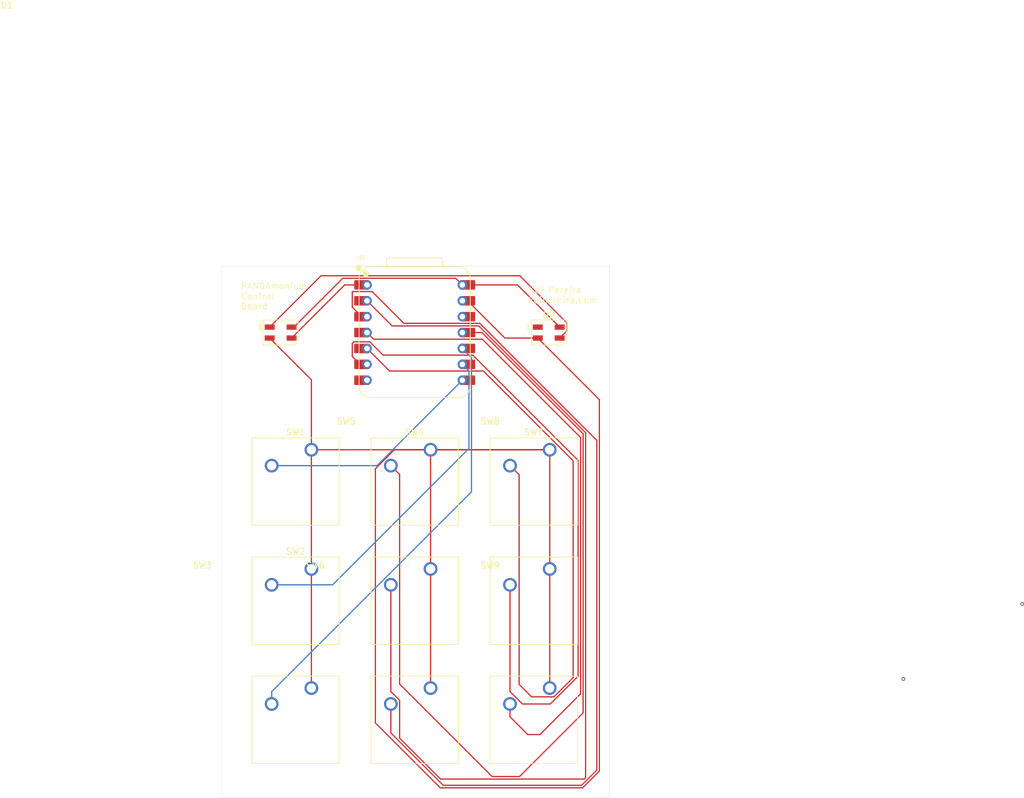
<source format=kicad_pcb>
(kicad_pcb (version 20240108) (generator "pcbnew") (generator_version "8.0")
  (layers (0 "F.Cu" signal) (31 "B.Cu" signal) (34 "B.Paste" user) (35 "F.Paste" user) (36 "B.SilkS" user "B.Silkscreen") (37 "F.SilkS" user "F.Silkscreen") (38 "B.Mask" user) (39 "F.Mask" user) (44 "Edge.Cuts" user))
  (net 0 "")
  (net 1 "GND")
  (net 2 "Net-(D1-DOUT)")
  (net 3 "Net-(D1-DIN)")
  (net 4 "+5V")
  (net 6 "Net-(U1-GPIO1{slash}RX)")
  (net 7 "Net-(U1-GPIO2{slash}SCK)")
  (net 8 "Net-(U1-GPIO4{slash}MISO)")
  (net 9 "Net-(U1-GPIO3{slash}MOSI)")
  (net 10 "Net-(U1-GPIO27{slash}ADC1{slash}A1)")
  (net 11 "Net-(U1-GPIO28{slash}ADC2{slash}A2)")
  (net 12 "Net-(U1-GPIO6{slash}SDA)")
  (net 13 "Net-(U1-GPIO7{slash}SCL)")
  (net 14 "Net-(U1-GPIO29{slash}ADC3{slash}A3)")
  (footprint "Button_Switch_Keyboard:SW_Cherry_MX_1.00u_PCB" (layer "F.Cu") (at 145.415 104.4575)
    (property "Reference" "SW6" (at -18.40625 -19.6215 0) (layer "F.SilkS"))
    (property "Value" "SW_Push")
    (fp_line (start -9.525 -1.905) (end 4.445 -1.905) (stroke (width 0.12)) (layer "F.SilkS"))
    (fp_line (start -9.525 12.065) (end -9.525 -1.905) (stroke (width 0.12)) (layer "F.SilkS"))
    (fp_line (start 4.445 -1.905) (end 4.445 12.065) (stroke (width 0.12)) (layer "F.SilkS"))
    (fp_line (start 4.445 12.065) (end -9.525 12.065) (stroke (width 0.12)) (layer "F.SilkS"))
    (pad "" np_thru_hole circle (at -7.62 5.08) (size 1.7 1.7) (drill 1.7) (layers "*.Cu" "*.Mask"))
    (pad "" np_thru_hole circle (at -2.54 5.08) (size 4 4) (drill 4) (layers "*.Cu" "*.Mask"))
    (pad "" np_thru_hole circle (at 2.54 5.08) (size 1.7 1.7) (drill 1.7) (layers "*.Cu" "*.Mask"))
    (pad "1" thru_hole circle (at 0 0) (size 2.2 2.2) (drill 1.5) (layers "*.Cu" "*.Mask") (net 1 "GND"))
    (pad "2" thru_hole circle (at -6.35 2.54) (size 2.2 2.2) (drill 1.5) (layers "*.Cu" "*.Mask") (net 11 "Net-(U1-GPIO28{slash}ADC2{slash}A2)"))
  )
  (footprint "Button_Switch_Keyboard:SW_Cherry_MX_1.00u_PCB" (layer "F.Cu") (at 164.465 104.4575)
    (property "Reference" "SW9" (at -9.53375 -19.6215 0) (layer "F.SilkS"))
    (property "Value" "SW_Push")
    (fp_line (start -9.525 -1.905) (end 4.445 -1.905) (stroke (width 0.12)) (layer "F.SilkS"))
    (fp_line (start -9.525 12.065) (end -9.525 -1.905) (stroke (width 0.12)) (layer "F.SilkS"))
    (fp_line (start 4.445 -1.905) (end 4.445 12.065) (stroke (width 0.12)) (layer "F.SilkS"))
    (fp_line (start 4.445 12.065) (end -9.525 12.065) (stroke (width 0.12)) (layer "F.SilkS"))
    (pad "" np_thru_hole circle (at -7.62 5.08) (size 1.7 1.7) (drill 1.7) (layers "*.Cu" "*.Mask"))
    (pad "" np_thru_hole circle (at -2.54 5.08) (size 4 4) (drill 4) (layers "*.Cu" "*.Mask"))
    (pad "" np_thru_hole circle (at 2.54 5.08) (size 1.7 1.7) (drill 1.7) (layers "*.Cu" "*.Mask"))
    (pad "1" thru_hole circle (at 0 0) (size 2.2 2.2) (drill 1.5) (layers "*.Cu" "*.Mask") (net 1 "GND"))
    (pad "2" thru_hole circle (at -6.35 2.54) (size 2.2 2.2) (drill 1.5) (layers "*.Cu" "*.Mask") (net 14 "Net-(U1-GPIO29{slash}ADC3{slash}A3)"))
  )
  (footprint "Button_Switch_Keyboard:SW_Cherry_MX_1.00u_PCB" (layer "F.Cu") (at 126.365 66.3575)
    (property "Reference" "SW1" (at -2.54 -2.794 0) (layer "F.SilkS"))
    (property "Value" "SW_Push")
    (fp_line (start -9.525 -1.905) (end 4.445 -1.905) (stroke (width 0.12)) (layer "F.SilkS"))
    (fp_line (start -9.525 12.065) (end -9.525 -1.905) (stroke (width 0.12)) (layer "F.SilkS"))
    (fp_line (start 4.445 -1.905) (end 4.445 12.065) (stroke (width 0.12)) (layer "F.SilkS"))
    (fp_line (start 4.445 12.065) (end -9.525 12.065) (stroke (width 0.12)) (layer "F.SilkS"))
    (pad "" np_thru_hole circle (at -7.62 5.08) (size 1.7 1.7) (drill 1.7) (layers "*.Cu" "*.Mask"))
    (pad "" np_thru_hole circle (at -2.54 5.08) (size 4 4) (drill 4) (layers "*.Cu" "*.Mask"))
    (pad "" np_thru_hole circle (at 2.54 5.08) (size 1.7 1.7) (drill 1.7) (layers "*.Cu" "*.Mask"))
    (pad "1" thru_hole circle (at 0 0) (size 2.2 2.2) (drill 1.5) (layers "*.Cu" "*.Mask") (net 1 "GND"))
    (pad "2" thru_hole circle (at -6.35 2.54) (size 2.2 2.2) (drill 1.5) (layers "*.Cu" "*.Mask") (net 6 "Net-(U1-GPIO1{slash}RX)"))
  )
  (footprint "LED_SMD:LED_SK6812MINI_PLCC4_3.5x3.5mm_P1.75mm" (layer "F.Cu") (at 121.44375 47.625)
    (property "Reference" "D1" (at -43.75975 -52.3195 0) (layer "F.SilkS"))
    (property "Value" "SK6812MINI")
    (fp_line (start -2.8 -2) (end -2.8 2) (stroke (width 0.12)) (layer "F.SilkS"))
    (fp_line (start -2.8 -2) (end 2.8 -2) (stroke (width 0.12)) (layer "F.SilkS"))
    (fp_line (start -2.8 2) (end 2.2 2) (stroke (width 0.12)) (layer "F.SilkS"))
    (fp_line (start 2.8 1.4) (end 2.2 2) (stroke (width 0.12)) (layer "F.SilkS"))
    (fp_line (start 2.8 1.4) (end 2.8 -2) (stroke (width 0.12)) (layer "F.SilkS"))
    (fp_text user "1" (at -3.2 -0.875 0) (layer "F.SilkS") (effects (font (size 0.8 0.8))))
    (pad "1" smd rect (at -1.75 -0.875) (size 1.6 0.85) (layers "F.Cu" "F.Paste" "F.Mask") (net 2 "Net-(D1-DOUT)"))
    (pad "2" smd rect (at -1.75 0.875) (size 1.6 0.85) (layers "F.Cu" "F.Paste" "F.Mask") (net 1 "GND"))
    (pad "3" smd rect (at 1.75 0.875) (size 1.6 0.85) (layers "F.Cu" "F.Paste" "F.Mask") (net 3 "Net-(D1-DIN)"))
    (pad "4" smd rect (at 1.75 -0.875) (size 1.6 0.85) (layers "F.Cu" "F.Paste" "F.Mask") (net 4 "+5V"))
  )
  (footprint "Seeed Studio XIAO Series Library:XIAO-RP2040-DIP" (layer "F.Cu") (at 142.875 47.625)
    (property "Reference" "U1" (at -8.5 -12 0) (layer "F.SilkS") (effects (font (size 0.635 0.635) (thickness 0.1016))))
    (property "Value" "XIAO-RP2040-DIP")
    (fp_line (start -8.89 8.509) (end -8.89 -8.636) (stroke (width 0.127)) (layer "F.SilkS"))
    (fp_line (start -6.985 10.414) (end 6.985 10.414) (stroke (width 0.127)) (layer "F.SilkS"))
    (fp_line (start -4.495 -10.541) (end -4.491272 -11.451272) (stroke (width 0.127)) (layer "F.SilkS"))
    (fp_line (start -3.991272 -11.951) (end 4.004 -11.951) (stroke (width 0.127)) (layer "F.SilkS"))
    (fp_line (start 4.504 -11.451) (end 4.504 -10.541) (stroke (width 0.127)) (layer "F.SilkS"))
    (fp_line (start 6.985 -10.541) (end -6.985 -10.541) (stroke (width 0.1)) (layer "F.SilkS"))
    (fp_line (start 6.985 -10.541) (end -6.985 -10.541) (stroke (width 0.127)) (layer "F.SilkS"))
    (fp_line (start 8.89 8.509) (end 8.89 -8.636) (stroke (width 0.127)) (layer "F.SilkS"))
    (fp_arc (start -8.89 -8.636) (mid -8.332038 -9.983038) (end -6.985 -10.541) (stroke (width 0.127)) (layer "F.SilkS"))
    (fp_arc (start -6.985 10.414) (mid -8.332038 9.856038) (end -8.89 8.509) (stroke (width 0.127)) (layer "F.SilkS"))
    (fp_arc (start -4.491272 -11.451272) (mid -4.344724 -11.804644) (end -3.991272 -11.951) (stroke (width 0.127)) (layer "F.SilkS"))
    (fp_arc (start 4.004 -11.951) (mid 4.357553 -11.804553) (end 4.504 -11.451) (stroke (width 0.127)) (layer "F.SilkS"))
    (fp_arc (start 6.985 -10.541) (mid 8.332038 -9.983038) (end 8.89 -8.636) (stroke (width 0.127)) (layer "F.SilkS"))
    (fp_arc (start 8.89 8.509) (mid 8.332038 9.856038) (end 6.985 10.414) (stroke (width 0.127)) (layer "F.SilkS"))
    (fp_circle (center -8.95 -10.3) (end -8.95 -10.554) (stroke (width 0.5)) (fill solid) (layer "F.SilkS"))
    (fp_circle (center -7.807 -9.42) (end -7.807 -9.674) (stroke (width 0.5)) (fill solid) (layer "F.SilkS"))
    (pad "1" smd roundrect (at -8.455 -7.62 180) (size 2.432 1.524) (layers "F.Cu" "F.Mask") (roundrect_rratio 0.1) (net 3 "Net-(D1-DIN)"))
    (pad "1" thru_hole circle (at -7.62 -7.62 180) (size 1.524 1.524) (drill 0.889) (layers "*.Cu" "*.Mask") (net 3 "Net-(D1-DIN)"))
    (pad "2" smd roundrect (at -8.455 -5.08 180) (size 2.432 1.524) (layers "F.Cu" "F.Mask") (roundrect_rratio 0.1) (net 10 "Net-(U1-GPIO27{slash}ADC1{slash}A1)"))
    (pad "2" thru_hole circle (at -7.62 -5.08 180) (size 1.524 1.524) (drill 0.889) (layers "*.Cu" "*.Mask") (net 10 "Net-(U1-GPIO27{slash}ADC1{slash}A1)"))
    (pad "3" smd roundrect (at -8.455 -2.54 180) (size 2.432 1.524) (layers "F.Cu" "F.Mask") (roundrect_rratio 0.1) (net 11 "Net-(U1-GPIO28{slash}ADC2{slash}A2)"))
    (pad "3" thru_hole circle (at -7.62 -2.54 180) (size 1.524 1.524) (drill 0.889) (layers "*.Cu" "*.Mask") (net 11 "Net-(U1-GPIO28{slash}ADC2{slash}A2)"))
    (pad "4" smd roundrect (at -8.455 0 180) (size 2.432 1.524) (layers "F.Cu" "F.Mask") (roundrect_rratio 0.1) (net 14 "Net-(U1-GPIO29{slash}ADC3{slash}A3)"))
    (pad "4" thru_hole circle (at -7.62 0 180) (size 1.524 1.524) (drill 0.889) (layers "*.Cu" "*.Mask") (net 14 "Net-(U1-GPIO29{slash}ADC3{slash}A3)"))
    (pad "5" smd roundrect (at -8.455 2.54 180) (size 2.432 1.524) (layers "F.Cu" "F.Mask") (roundrect_rratio 0.1) (net 12 "Net-(U1-GPIO6{slash}SDA)"))
    (pad "5" thru_hole circle (at -7.62 2.54 180) (size 1.524 1.524) (drill 0.889) (layers "*.Cu" "*.Mask") (net 12 "Net-(U1-GPIO6{slash}SDA)"))
    (pad "6" smd roundrect (at -8.455 5.08 180) (size 2.432 1.524) (layers "F.Cu" "F.Mask") (roundrect_rratio 0.1) (net 13 "Net-(U1-GPIO7{slash}SCL)"))
    (pad "6" thru_hole circle (at -7.62 5.08 180) (size 1.524 1.524) (drill 0.889) (layers "*.Cu" "*.Mask") (net 13 "Net-(U1-GPIO7{slash}SCL)"))
    (pad "7" smd roundrect (at -8.455 7.62 180) (size 2.432 1.524) (layers "F.Cu" "F.Mask") (roundrect_rratio 0.1))
    (pad "7" thru_hole circle (at -7.62 7.62 180) (size 1.524 1.524) (drill 0.889) (layers "*.Cu" "*.Mask"))
    (pad "8" thru_hole circle (at 7.62 7.62) (size 1.524 1.524) (drill 0.889) (layers "*.Cu" "*.Mask") (net 6 "Net-(U1-GPIO1{slash}RX)"))
    (pad "8" smd roundrect (at 8.455 7.62) (size 2.432 1.524) (layers "F.Cu" "F.Mask") (roundrect_rratio 0.1) (net 6 "Net-(U1-GPIO1{slash}RX)"))
    (pad "9" thru_hole circle (at 7.62 5.08) (size 1.524 1.524) (drill 0.889) (layers "*.Cu" "*.Mask") (net 7 "Net-(U1-GPIO2{slash}SCK)"))
    (pad "9" smd roundrect (at 8.455 5.08) (size 2.432 1.524) (layers "F.Cu" "F.Mask") (roundrect_rratio 0.1) (net 7 "Net-(U1-GPIO2{slash}SCK)"))
    (pad "10" thru_hole circle (at 7.62 2.54) (size 1.524 1.524) (drill 0.889) (layers "*.Cu" "*.Mask") (net 8 "Net-(U1-GPIO4{slash}MISO)"))
    (pad "10" smd roundrect (at 8.455 2.54) (size 2.432 1.524) (layers "F.Cu" "F.Mask") (roundrect_rratio 0.1) (net 8 "Net-(U1-GPIO4{slash}MISO)"))
    (pad "11" thru_hole circle (at 7.62 0) (size 1.524 1.524) (drill 0.889) (layers "*.Cu" "*.Mask") (net 9 "Net-(U1-GPIO3{slash}MOSI)"))
    (pad "11" smd roundrect (at 8.455 0) (size 2.432 1.524) (layers "F.Cu" "F.Mask") (roundrect_rratio 0.1) (net 9 "Net-(U1-GPIO3{slash}MOSI)"))
    (pad "12" thru_hole circle (at 7.62 -2.54) (size 1.524 1.524) (drill 0.889) (layers "*.Cu" "*.Mask"))
    (pad "12" smd roundrect (at 8.455 -2.54) (size 2.432 1.524) (layers "F.Cu" "F.Mask") (roundrect_rratio 0.1))
    (pad "13" thru_hole circle (at 7.62 -5.08) (size 1.524 1.524) (drill 0.889) (layers "*.Cu" "*.Mask") (net 1 "GND"))
    (pad "13" smd roundrect (at 8.455 -5.08) (size 2.432 1.524) (layers "F.Cu" "F.Mask") (roundrect_rratio 0.1) (net 1 "GND"))
    (pad "14" thru_hole circle (at 7.62 -7.62) (size 1.524 1.524) (drill 0.889) (layers "*.Cu" "*.Mask") (net 4 "+5V"))
    (pad "14" smd roundrect (at 8.455 -7.62) (size 2.432 1.524) (layers "F.Cu" "F.Mask") (roundrect_rratio 0.1) (net 4 "+5V"))
  )
  (footprint "Button_Switch_Keyboard:SW_Cherry_MX_1.00u_PCB" (layer "F.Cu") (at 145.415 66.3575)
    (property "Reference" "SW4" (at -2.54 -2.794 0) (layer "F.SilkS"))
    (property "Value" "SW_Push")
    (fp_line (start -9.525 -1.905) (end 4.445 -1.905) (stroke (width 0.12)) (layer "F.SilkS"))
    (fp_line (start -9.525 12.065) (end -9.525 -1.905) (stroke (width 0.12)) (layer "F.SilkS"))
    (fp_line (start 4.445 -1.905) (end 4.445 12.065) (stroke (width 0.12)) (layer "F.SilkS"))
    (fp_line (start 4.445 12.065) (end -9.525 12.065) (stroke (width 0.12)) (layer "F.SilkS"))
    (pad "" np_thru_hole circle (at -7.62 5.08) (size 1.7 1.7) (drill 1.7) (layers "*.Cu" "*.Mask"))
    (pad "" np_thru_hole circle (at -2.54 5.08) (size 4 4) (drill 4) (layers "*.Cu" "*.Mask"))
    (pad "" np_thru_hole circle (at 2.54 5.08) (size 1.7 1.7) (drill 1.7) (layers "*.Cu" "*.Mask"))
    (pad "1" thru_hole circle (at 0 0) (size 2.2 2.2) (drill 1.5) (layers "*.Cu" "*.Mask") (net 1 "GND"))
    (pad "2" thru_hole circle (at -6.35 2.54) (size 2.2 2.2) (drill 1.5) (layers "*.Cu" "*.Mask") (net 9 "Net-(U1-GPIO3{slash}MOSI)"))
  )
  (footprint "LED_SMD:LED_SK6812MINI_PLCC4_3.5x3.5mm_P1.75mm" (layer "F.Cu") (at 164.30625 47.625)
    (property "Reference" "D2" (at 0 -2.75 0) (layer "F.SilkS"))
    (property "Value" "SK6812MINI")
    (fp_line (start -2.8 -2) (end -2.8 2) (stroke (width 0.12)) (layer "F.SilkS"))
    (fp_line (start -2.8 -2) (end 2.8 -2) (stroke (width 0.12)) (layer "F.SilkS"))
    (fp_line (start -2.8 2) (end 2.2 2) (stroke (width 0.12)) (layer "F.SilkS"))
    (fp_line (start 2.8 1.4) (end 2.2 2) (stroke (width 0.12)) (layer "F.SilkS"))
    (fp_line (start 2.8 1.4) (end 2.8 -2) (stroke (width 0.12)) (layer "F.SilkS"))
    (fp_text user "1" (at -3.2 -0.875 0) (layer "F.SilkS") (effects (font (size 0.8 0.8))))
    (pad "1" smd rect (at -1.75 -0.875) (size 1.6 0.85) (layers "F.Cu" "F.Paste" "F.Mask"))
    (pad "2" smd rect (at -1.75 0.875) (size 1.6 0.85) (layers "F.Cu" "F.Paste" "F.Mask") (net 1 "GND"))
    (pad "3" smd rect (at 1.75 0.875) (size 1.6 0.85) (layers "F.Cu" "F.Paste" "F.Mask") (net 2 "Net-(D1-DOUT)"))
    (pad "4" smd rect (at 1.75 -0.875) (size 1.6 0.85) (layers "F.Cu" "F.Paste" "F.Mask") (net 4 "+5V"))
  )
  (footprint "Button_Switch_Keyboard:SW_Cherry_MX_1.00u_PCB" (layer "F.Cu") (at 164.465 66.3575)
    (property "Reference" "SW7" (at -2.54 -2.794 0) (layer "F.SilkS"))
    (property "Value" "SW_Push")
    (fp_line (start -9.525 -1.905) (end 4.445 -1.905) (stroke (width 0.12)) (layer "F.SilkS"))
    (fp_line (start -9.525 12.065) (end -9.525 -1.905) (stroke (width 0.12)) (layer "F.SilkS"))
    (fp_line (start 4.445 -1.905) (end 4.445 12.065) (stroke (width 0.12)) (layer "F.SilkS"))
    (fp_line (start 4.445 12.065) (end -9.525 12.065) (stroke (width 0.12)) (layer "F.SilkS"))
    (pad "" np_thru_hole circle (at -7.62 5.08) (size 1.7 1.7) (drill 1.7) (layers "*.Cu" "*.Mask"))
    (pad "" np_thru_hole circle (at -2.54 5.08) (size 4 4) (drill 4) (layers "*.Cu" "*.Mask"))
    (pad "" np_thru_hole circle (at 2.54 5.08) (size 1.7 1.7) (drill 1.7) (layers "*.Cu" "*.Mask"))
    (pad "1" thru_hole circle (at 0 0) (size 2.2 2.2) (drill 1.5) (layers "*.Cu" "*.Mask") (net 1 "GND"))
    (pad "2" thru_hole circle (at -6.35 2.54) (size 2.2 2.2) (drill 1.5) (layers "*.Cu" "*.Mask") (net 12 "Net-(U1-GPIO6{slash}SDA)"))
  )
  (footprint "Button_Switch_Keyboard:SW_Cherry_MX_1.00u_PCB" (layer "F.Cu") (at 126.365 85.4075)
    (property "Reference" "SW2" (at -2.54 -2.794 0) (layer "F.SilkS"))
    (property "Value" "SW_Push")
    (fp_line (start -9.525 -1.905) (end 4.445 -1.905) (stroke (width 0.12)) (layer "F.SilkS"))
    (fp_line (start -9.525 12.065) (end -9.525 -1.905) (stroke (width 0.12)) (layer "F.SilkS"))
    (fp_line (start 4.445 -1.905) (end 4.445 12.065) (stroke (width 0.12)) (layer "F.SilkS"))
    (fp_line (start 4.445 12.065) (end -9.525 12.065) (stroke (width 0.12)) (layer "F.SilkS"))
    (pad "" np_thru_hole circle (at -7.62 5.08) (size 1.7 1.7) (drill 1.7) (layers "*.Cu" "*.Mask"))
    (pad "" np_thru_hole circle (at -2.54 5.08) (size 4 4) (drill 4) (layers "*.Cu" "*.Mask"))
    (pad "" np_thru_hole circle (at 2.54 5.08) (size 1.7 1.7) (drill 1.7) (layers "*.Cu" "*.Mask"))
    (pad "1" thru_hole circle (at 0 0) (size 2.2 2.2) (drill 1.5) (layers "*.Cu" "*.Mask") (net 1 "GND"))
    (pad "2" thru_hole circle (at -6.35 2.54) (size 2.2 2.2) (drill 1.5) (layers "*.Cu" "*.Mask") (net 7 "Net-(U1-GPIO2{slash}SCK)"))
  )
  (footprint "Button_Switch_Keyboard:SW_Cherry_MX_1.00u_PCB" (layer "F.Cu") (at 145.415 85.4075)
    (property "Reference" "SW5" (at -13.49375 -23.5815 0) (layer "F.SilkS"))
    (property "Value" "SW_Push")
    (fp_line (start -9.525 -1.905) (end 4.445 -1.905) (stroke (width 0.12)) (layer "F.SilkS"))
    (fp_line (start -9.525 12.065) (end -9.525 -1.905) (stroke (width 0.12)) (layer "F.SilkS"))
    (fp_line (start 4.445 -1.905) (end 4.445 12.065) (stroke (width 0.12)) (layer "F.SilkS"))
    (fp_line (start 4.445 12.065) (end -9.525 12.065) (stroke (width 0.12)) (layer "F.SilkS"))
    (pad "" np_thru_hole circle (at -7.62 5.08) (size 1.7 1.7) (drill 1.7) (layers "*.Cu" "*.Mask"))
    (pad "" np_thru_hole circle (at -2.54 5.08) (size 4 4) (drill 4) (layers "*.Cu" "*.Mask"))
    (pad "" np_thru_hole circle (at 2.54 5.08) (size 1.7 1.7) (drill 1.7) (layers "*.Cu" "*.Mask"))
    (pad "1" thru_hole circle (at 0 0) (size 2.2 2.2) (drill 1.5) (layers "*.Cu" "*.Mask") (net 1 "GND"))
    (pad "2" thru_hole circle (at -6.35 2.54) (size 2.2 2.2) (drill 1.5) (layers "*.Cu" "*.Mask") (net 10 "Net-(U1-GPIO27{slash}ADC1{slash}A1)"))
  )
  (footprint "Button_Switch_Keyboard:SW_Cherry_MX_1.00u_PCB" (layer "F.Cu") (at 126.365 104.4575)
    (property "Reference" "SW3" (at -17.45375 -19.6215 0) (layer "F.SilkS"))
    (property "Value" "SW_Push")
    (fp_line (start -9.525 -1.905) (end 4.445 -1.905) (stroke (width 0.12)) (layer "F.SilkS"))
    (fp_line (start -9.525 12.065) (end -9.525 -1.905) (stroke (width 0.12)) (layer "F.SilkS"))
    (fp_line (start 4.445 -1.905) (end 4.445 12.065) (stroke (width 0.12)) (layer "F.SilkS"))
    (fp_line (start 4.445 12.065) (end -9.525 12.065) (stroke (width 0.12)) (layer "F.SilkS"))
    (pad "" np_thru_hole circle (at -7.62 5.08) (size 1.7 1.7) (drill 1.7) (layers "*.Cu" "*.Mask"))
    (pad "" np_thru_hole circle (at -2.54 5.08) (size 4 4) (drill 4) (layers "*.Cu" "*.Mask"))
    (pad "" np_thru_hole circle (at 2.54 5.08) (size 1.7 1.7) (drill 1.7) (layers "*.Cu" "*.Mask"))
    (pad "1" thru_hole circle (at 0 0) (size 2.2 2.2) (drill 1.5) (layers "*.Cu" "*.Mask") (net 1 "GND"))
    (pad "2" thru_hole circle (at -6.35 2.54) (size 2.2 2.2) (drill 1.5) (layers "*.Cu" "*.Mask") (net 8 "Net-(U1-GPIO4{slash}MISO)"))
  )
  (footprint "Button_Switch_Keyboard:SW_Cherry_MX_1.00u_PCB" (layer "F.Cu") (at 164.465 85.4075)
    (property "Reference" "SW8" (at -9.53375 -23.5815 0) (layer "F.SilkS"))
    (property "Value" "SW_Push")
    (fp_line (start -9.525 -1.905) (end 4.445 -1.905) (stroke (width 0.12)) (layer "F.SilkS"))
    (fp_line (start -9.525 12.065) (end -9.525 -1.905) (stroke (width 0.12)) (layer "F.SilkS"))
    (fp_line (start 4.445 -1.905) (end 4.445 12.065) (stroke (width 0.12)) (layer "F.SilkS"))
    (fp_line (start 4.445 12.065) (end -9.525 12.065) (stroke (width 0.12)) (layer "F.SilkS"))
    (pad "" np_thru_hole circle (at -7.62 5.08) (size 1.7 1.7) (drill 1.7) (layers "*.Cu" "*.Mask"))
    (pad "" np_thru_hole circle (at -2.54 5.08) (size 4 4) (drill 4) (layers "*.Cu" "*.Mask"))
    (pad "" np_thru_hole circle (at 2.54 5.08) (size 1.7 1.7) (drill 1.7) (layers "*.Cu" "*.Mask"))
    (pad "1" thru_hole circle (at 0 0) (size 2.2 2.2) (drill 1.5) (layers "*.Cu" "*.Mask") (net 1 "GND"))
    (pad "2" thru_hole circle (at -6.35 2.54) (size 2.2 2.2) (drill 1.5) (layers "*.Cu" "*.Mask") (net 13 "Net-(U1-GPIO7{slash}SCL)"))
  )
  (gr_rect (start 112 37) (end 174 122) (stroke (width 0.05)) (fill none) (layer "Edge.Cuts"))
  (gr_text "PANDAmonium\nControl\nBoard" (at 115 44 0) (layer "F.SilkS") (effects (font (size 1 1) (thickness 0.1)) (justify left bottom)))
  (gr_text "Kai Pereira\nkaipereira.com" (at 161 43 0) (layer "F.SilkS") (effects (font (size 1 1) (thickness 0.1)) (justify left bottom)))
  (via (at 240 91) (size 0.6) (drill 0.3) (layers "F.Cu" "B.Cu") (net 0))
  (via (at 221 103) (size 0.6) (drill 0.3) (layers "F.Cu" "B.Cu") (net 0))
  (segment (start 126.365 66.3575) (end 145.415 66.3575) (width 0.2) (layer "F.Cu") (net 1))
  (segment (start 146.960444 120.4) (end 136.595 110.034556) (width 0.2) (layer "F.Cu") (net 1))
  (segment (start 136.595 69.387601) (end 139.625101 66.3575) (width 0.2) (layer "F.Cu") (net 1))
  (segment (start 169.731372 120.4) (end 146.960444 120.4) (width 0.2) (layer "F.Cu") (net 1))
  (segment (start 139.625101 66.3575) (end 164.465 66.3575) (width 0.2) (layer "F.Cu") (net 1))
  (segment (start 145.415 66.3575) (end 164.465 66.3575) (width 0.2) (layer "F.Cu") (net 1))
  (segment (start 162.55625 48.5) (end 157.285 48.5) (width 0.2) (layer "F.Cu") (net 1))
  (segment (start 172.4 117.731372) (end 169.731372 120.4) (width 0.2) (layer "F.Cu") (net 1))
  (segment (start 136.595 110.034556) (end 136.595 69.387601) (width 0.2) (layer "F.Cu") (net 1))
  (segment (start 126.365 66.3575) (end 126.365 55.17125) (width 0.2) (layer "F.Cu") (net 1))
  (segment (start 126.365 55.17125) (end 119.69375 48.5) (width 0.2) (layer "F.Cu") (net 1))
  (segment (start 164.465 66.3575) (end 164.465 85.4075) (width 0.2) (layer "F.Cu") (net 1))
  (segment (start 172.4 58.34375) (end 172.4 117.731372) (width 0.2) (layer "F.Cu") (net 1))
  (segment (start 164.465 104.4575) (end 164.465 85.4075) (width 0.2) (layer "F.Cu") (net 1))
  (segment (start 162.55625 48.5) (end 172.4 58.34375) (width 0.2) (layer "F.Cu") (net 1))
  (segment (start 145.415 66.3575) (end 145.415 85.4075) (width 0.2) (layer "F.Cu") (net 1))
  (segment (start 126.365 66.3575) (end 126.365 85.4075) (width 0.2) (layer "F.Cu") (net 1))
  (segment (start 145.415 85.4075) (end 145.415 104.4575) (width 0.2) (layer "F.Cu") (net 1))
  (segment (start 157.285 48.5) (end 151.33 42.545) (width 0.2) (layer "F.Cu") (net 1))
  (segment (start 126.365 85.4075) (end 126.365 104.4575) (width 0.2) (layer "F.Cu") (net 1))
  (segment (start 127.90075 38.543) (end 159.67425 38.543) (width 0.2) (layer "F.Cu") (net 2))
  (segment (start 119.69375 46.75) (end 127.90075 38.543) (width 0.2) (layer "F.Cu") (net 2))
  (segment (start 167.15625 47.4) (end 166.05625 48.5) (width 0.2) (layer "F.Cu") (net 2))
  (segment (start 159.67425 38.543) (end 167.15625 46.025) (width 0.2) (layer "F.Cu") (net 2))
  (segment (start 167.15625 46.025) (end 167.15625 47.4) (width 0.2) (layer "F.Cu") (net 2))
  (segment (start 123.19375 48.5) (end 131.68875 40.005) (width 0.2) (layer "F.Cu") (net 3))
  (segment (start 131.68875 40.005) (end 135.255 40.005) (width 0.2) (layer "F.Cu") (net 3))
  (segment (start 149.433 38.943) (end 150.495 40.005) (width 0.2) (layer "F.Cu") (net 4))
  (segment (start 159.31125 40.005) (end 150.495 40.005) (width 0.2) (layer "F.Cu") (net 4))
  (segment (start 123.19375 46.75) (end 123.56875 46.75) (width 0.2) (layer "F.Cu") (net 4))
  (segment (start 123.56875 46.75) (end 131.37575 38.943) (width 0.2) (layer "F.Cu") (net 4))
  (segment (start 166.05625 46.75) (end 159.31125 40.005) (width 0.2) (layer "F.Cu") (net 4))
  (segment (start 131.37575 38.943) (end 149.433 38.943) (width 0.2) (layer "F.Cu") (net 4))
  (segment (start 120.015 68.8975) (end 136.8425 68.8975) (width 0.2) (layer "B.Cu") (net 6))
  (segment (start 136.8425 68.8975) (end 150.495 55.245) (width 0.2) (layer "B.Cu") (net 6))
  (segment (start 151.557 66.138444) (end 151.557 53.767) (width 0.2) (layer "B.Cu") (net 7))
  (segment (start 129.747944 87.9475) (end 151.557 66.138444) (width 0.2) (layer "B.Cu") (net 7))
  (segment (start 151.557 53.767) (end 150.495 52.705) (width 0.2) (layer "B.Cu") (net 7))
  (segment (start 120.015 87.9475) (end 129.747944 87.9475) (width 0.2) (layer "B.Cu") (net 7))
  (segment (start 120.015 106.9975) (end 120.015 105.017601) (width 0.2) (layer "B.Cu") (net 8))
  (segment (start 151.957 51.627) (end 150.495 50.165) (width 0.2) (layer "B.Cu") (net 8))
  (segment (start 151.957 73.075601) (end 151.957 51.627) (width 0.2) (layer "B.Cu") (net 8))
  (segment (start 120.015 105.017601) (end 151.957 73.075601) (width 0.2) (layer "B.Cu") (net 8))
  (segment (start 155.260902 118.6) (end 159.639556 118.6) (width 0.2) (layer "F.Cu") (net 9))
  (segment (start 140.465 103.804098) (end 155.260902 118.6) (width 0.2) (layer "F.Cu") (net 9))
  (segment (start 169.8 63.8) (end 153.625 47.625) (width 0.2) (layer "F.Cu") (net 9))
  (segment (start 139.065 68.8975) (end 140.465 70.2975) (width 0.2) (layer "F.Cu") (net 9))
  (segment (start 159.639556 118.6) (end 169.8 108.439556) (width 0.2) (layer "F.Cu") (net 9))
  (segment (start 140.465 70.2975) (end 140.465 103.804098) (width 0.2) (layer "F.Cu") (net 9))
  (segment (start 169.8 108.439556) (end 169.8 63.8) (width 0.2) (layer "F.Cu") (net 9))
  (segment (start 153.625 47.625) (end 151.33 47.625) (width 0.2) (layer "F.Cu") (net 9))
  (segment (start 139.273 46.563) (end 135.255 42.545) (width 0.2) (layer "F.Cu") (net 10))
  (segment (start 147 119) (end 170 119) (width 0.2) (layer "F.Cu") (net 10))
  (segment (start 140.465 112.465) (end 147 119) (width 0.2) (layer "F.Cu") (net 10))
  (segment (start 139.065 105.017601) (end 140.465 106.417601) (width 0.2) (layer "F.Cu") (net 10))
  (segment (start 153.128686 46.563) (end 139.273 46.563) (width 0.2) (layer "F.Cu") (net 10))
  (segment (start 139.065 87.9475) (end 139.065 105.017601) (width 0.2) (layer "F.Cu") (net 10))
  (segment (start 170.2 118.8) (end 170.2 63.634314) (width 0.2) (layer "F.Cu") (net 10))
  (segment (start 140.465 106.417601) (end 140.465 112.465) (width 0.2) (layer "F.Cu") (net 10))
  (segment (start 170.2 63.634314) (end 153.128686 46.563) (width 0.2) (layer "F.Cu") (net 10))
  (segment (start 170 119) (end 170.2 118.8) (width 0.2) (layer "F.Cu") (net 10))
  (segment (start 139.065 106.9975) (end 139.065 111.630686) (width 0.2) (layer "F.Cu") (net 11))
  (segment (start 153.278372 46.147) (end 141.147 46.147) (width 0.2) (layer "F.Cu") (net 11))
  (segment (start 172 64.868628) (end 153.278372 46.147) (width 0.2) (layer "F.Cu") (net 11))
  (segment (start 136.067 41.067) (end 132.933 41.067) (width 0.2) (layer "F.Cu") (net 11))
  (segment (start 132.933 41.067) (end 132.904 41.096) (width 0.2) (layer "F.Cu") (net 11))
  (segment (start 132.904 43.569) (end 134.42 45.085) (width 0.2) (layer "F.Cu") (net 11))
  (segment (start 139.065 111.630686) (end 147.434314 120) (width 0.2) (layer "F.Cu") (net 11))
  (segment (start 172 117.565686) (end 172 64.868628) (width 0.2) (layer "F.Cu") (net 11))
  (segment (start 147.434314 120) (end 169.565686 120) (width 0.2) (layer "F.Cu") (net 11))
  (segment (start 141.147 46.147) (end 136.067 41.067) (width 0.2) (layer "F.Cu") (net 11))
  (segment (start 134.42 45.085) (end 135.255 45.085) (width 0.2) (layer "F.Cu") (net 11))
  (segment (start 132.904 41.096) (end 132.904 43.569) (width 0.2) (layer "F.Cu") (net 11))
  (segment (start 169.565686 120) (end 172 117.565686) (width 0.2) (layer "F.Cu") (net 11))
  (segment (start 158.115 68.8975) (end 159.575 70.3575) (width 0.2) (layer "F.Cu") (net 12))
  (segment (start 159.575 103.864098) (end 161.568402 105.8575) (width 0.2) (layer "F.Cu") (net 12))
  (segment (start 159.575 70.3575) (end 159.575 103.864098) (width 0.2) (layer "F.Cu") (net 12))
  (segment (start 138.857 53.767) (end 135.255 50.165) (width 0.2) (layer "F.Cu") (net 12))
  (segment (start 168.205 102.795) (end 168.205 68.117601) (width 0.2) (layer "F.Cu") (net 12))
  (segment (start 161.568402 105.8575) (end 165.1425 105.8575) (width 0.2) (layer "F.Cu") (net 12))
  (segment (start 168.205 68.117601) (end 153.854399 53.767) (width 0.2) (layer "F.Cu") (net 12))
  (segment (start 165.1425 105.8575) (end 168.205 102.795) (width 0.2) (layer "F.Cu") (net 12))
  (segment (start 153.854399 53.767) (end 138.857 53.767) (width 0.2) (layer "F.Cu") (net 12))
  (segment (start 152.169214 51.227) (end 137.818895 51.227) (width 0.2) (layer "F.Cu") (net 13))
  (segment (start 133.164786 49.103) (end 132.904 49.363786) (width 0.2) (layer "F.Cu") (net 13))
  (segment (start 135.694895 49.103) (end 133.164786 49.103) (width 0.2) (layer "F.Cu") (net 13))
  (segment (start 160.097399 107) (end 164.565686 107) (width 0.2) (layer "F.Cu") (net 13))
  (segment (start 137.818895 51.227) (end 135.694895 49.103) (width 0.2) (layer "F.Cu") (net 13))
  (segment (start 134.17737 52.705) (end 135.255 52.705) (width 0.2) (layer "F.Cu") (net 13))
  (segment (start 164.565686 107) (end 169 102.565686) (width 0.2) (layer "F.Cu") (net 13))
  (segment (start 158.115 87.9475) (end 158.115 105.017601) (width 0.2) (layer "F.Cu") (net 13))
  (segment (start 132.904 51.43163) (end 134.17737 52.705) (width 0.2) (layer "F.Cu") (net 13))
  (segment (start 132.904 49.363786) (end 132.904 51.43163) (width 0.2) (layer "F.Cu") (net 13))
  (segment (start 158.115 105.017601) (end 160.097399 107) (width 0.2) (layer "F.Cu") (net 13))
  (segment (start 169 68.057786) (end 152.169214 51.227) (width 0.2) (layer "F.Cu") (net 13))
  (segment (start 169 102.565686) (end 169 68.057786) (width 0.2) (layer "F.Cu") (net 13))
  (segment (start 169.4 105.385902) (end 169.4 64.4) (width 0.2) (layer "F.Cu") (net 14))
  (segment (start 153.687 48.687) (end 136.317 48.687) (width 0.2) (layer "F.Cu") (net 14))
  (segment (start 162.898402 111.8875) (end 169.4 105.385902) (width 0.2) (layer "F.Cu") (net 14))
  (segment (start 158.115 109.050902) (end 160.951598 111.8875) (width 0.2) (layer "F.Cu") (net 14))
  (segment (start 158.115 106.9975) (end 158.115 109.050902) (width 0.2) (layer "F.Cu") (net 14))
  (segment (start 160.951598 111.8875) (end 162.898402 111.8875) (width 0.2) (layer "F.Cu") (net 14))
  (segment (start 169.4 64.4) (end 153.687 48.687) (width 0.2) (layer "F.Cu") (net 14))
  (segment (start 136.317 48.687) (end 135.255 47.625) (width 0.2) (layer "F.Cu") (net 14))
)
</source>
